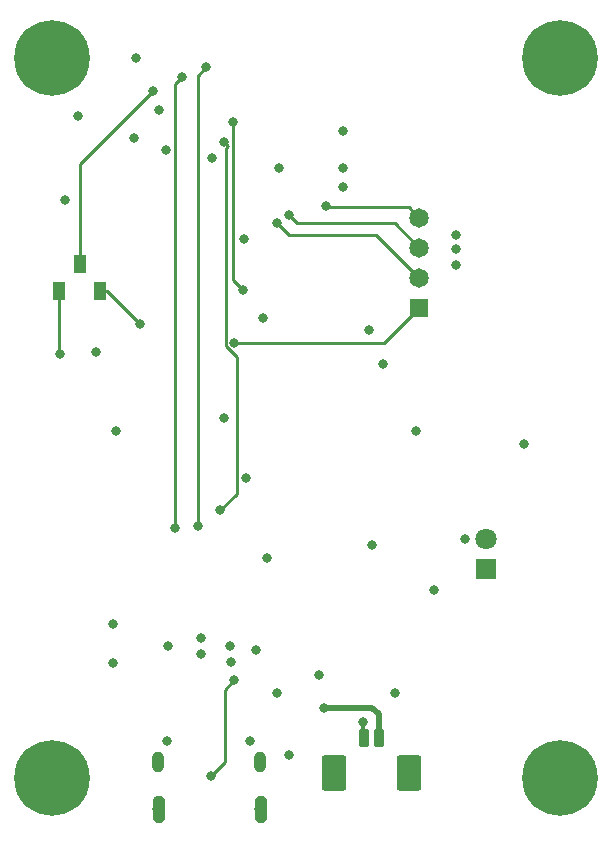
<source format=gbr>
%TF.GenerationSoftware,KiCad,Pcbnew,7.0.1*%
%TF.CreationDate,2023-06-17T09:34:49+02:00*%
%TF.ProjectId,Had_Konzole,4861645f-4b6f-46e7-9a6f-6c652e6b6963,rev?*%
%TF.SameCoordinates,Original*%
%TF.FileFunction,Copper,L4,Bot*%
%TF.FilePolarity,Positive*%
%FSLAX46Y46*%
G04 Gerber Fmt 4.6, Leading zero omitted, Abs format (unit mm)*
G04 Created by KiCad (PCBNEW 7.0.1) date 2023-06-17 09:34:49*
%MOMM*%
%LPD*%
G01*
G04 APERTURE LIST*
G04 Aperture macros list*
%AMRoundRect*
0 Rectangle with rounded corners*
0 $1 Rounding radius*
0 $2 $3 $4 $5 $6 $7 $8 $9 X,Y pos of 4 corners*
0 Add a 4 corners polygon primitive as box body*
4,1,4,$2,$3,$4,$5,$6,$7,$8,$9,$2,$3,0*
0 Add four circle primitives for the rounded corners*
1,1,$1+$1,$2,$3*
1,1,$1+$1,$4,$5*
1,1,$1+$1,$6,$7*
1,1,$1+$1,$8,$9*
0 Add four rect primitives between the rounded corners*
20,1,$1+$1,$2,$3,$4,$5,0*
20,1,$1+$1,$4,$5,$6,$7,0*
20,1,$1+$1,$6,$7,$8,$9,0*
20,1,$1+$1,$8,$9,$2,$3,0*%
G04 Aperture macros list end*
%TA.AperFunction,EtchedComponent*%
%ADD10C,0.010000*%
%TD*%
%TA.AperFunction,SMDPad,CuDef*%
%ADD11R,1.000000X1.600000*%
%TD*%
%TA.AperFunction,ComponentPad*%
%ADD12C,6.400000*%
%TD*%
%TA.AperFunction,ComponentPad*%
%ADD13R,1.800000X1.800000*%
%TD*%
%TA.AperFunction,ComponentPad*%
%ADD14C,1.800000*%
%TD*%
%TA.AperFunction,ComponentPad*%
%ADD15C,1.000000*%
%TD*%
%TA.AperFunction,ComponentPad*%
%ADD16O,1.000000X1.800000*%
%TD*%
%TA.AperFunction,ComponentPad*%
%ADD17R,1.650000X1.650000*%
%TD*%
%TA.AperFunction,ComponentPad*%
%ADD18C,1.650000*%
%TD*%
%TA.AperFunction,SMDPad,CuDef*%
%ADD19RoundRect,0.200000X0.200000X0.600000X-0.200000X0.600000X-0.200000X-0.600000X0.200000X-0.600000X0*%
%TD*%
%TA.AperFunction,SMDPad,CuDef*%
%ADD20RoundRect,0.250001X0.799999X1.249999X-0.799999X1.249999X-0.799999X-1.249999X0.799999X-1.249999X0*%
%TD*%
%TA.AperFunction,ViaPad*%
%ADD21C,0.800000*%
%TD*%
%TA.AperFunction,Conductor*%
%ADD22C,0.250000*%
%TD*%
%TA.AperFunction,Conductor*%
%ADD23C,0.300000*%
%TD*%
%TA.AperFunction,Conductor*%
%ADD24C,0.500000*%
%TD*%
G04 APERTURE END LIST*
%TO.C,J4*%
D10*
X154006000Y-103476000D02*
X154032000Y-103478000D01*
X154058000Y-103481000D01*
X154084000Y-103486000D01*
X154109000Y-103492000D01*
X154135000Y-103499000D01*
X154159000Y-103508000D01*
X154183000Y-103518000D01*
X154207000Y-103529000D01*
X154230000Y-103542000D01*
X154252000Y-103556000D01*
X154274000Y-103570000D01*
X154295000Y-103586000D01*
X154315000Y-103603000D01*
X154334000Y-103621000D01*
X154352000Y-103640000D01*
X154369000Y-103660000D01*
X154385000Y-103681000D01*
X154399000Y-103703000D01*
X154413000Y-103725000D01*
X154426000Y-103748000D01*
X154437000Y-103772000D01*
X154447000Y-103796000D01*
X154456000Y-103820000D01*
X154463000Y-103846000D01*
X154469000Y-103871000D01*
X154474000Y-103897000D01*
X154477000Y-103923000D01*
X154479000Y-103949000D01*
X154480000Y-103975000D01*
X154480000Y-105175000D01*
X154479000Y-105201000D01*
X154477000Y-105227000D01*
X154474000Y-105253000D01*
X154469000Y-105279000D01*
X154463000Y-105304000D01*
X154456000Y-105330000D01*
X154447000Y-105354000D01*
X154437000Y-105378000D01*
X154426000Y-105402000D01*
X154413000Y-105425000D01*
X154399000Y-105447000D01*
X154385000Y-105469000D01*
X154369000Y-105490000D01*
X154352000Y-105510000D01*
X154334000Y-105529000D01*
X154315000Y-105547000D01*
X154295000Y-105564000D01*
X154274000Y-105580000D01*
X154252000Y-105594000D01*
X154230000Y-105608000D01*
X154207000Y-105621000D01*
X154183000Y-105632000D01*
X154159000Y-105642000D01*
X154135000Y-105651000D01*
X154109000Y-105658000D01*
X154084000Y-105664000D01*
X154058000Y-105669000D01*
X154032000Y-105672000D01*
X154006000Y-105674000D01*
X153980000Y-105675000D01*
X153954000Y-105674000D01*
X153928000Y-105672000D01*
X153902000Y-105669000D01*
X153876000Y-105664000D01*
X153851000Y-105658000D01*
X153825000Y-105651000D01*
X153801000Y-105642000D01*
X153777000Y-105632000D01*
X153753000Y-105621000D01*
X153730000Y-105608000D01*
X153708000Y-105594000D01*
X153686000Y-105580000D01*
X153665000Y-105564000D01*
X153645000Y-105547000D01*
X153626000Y-105529000D01*
X153608000Y-105510000D01*
X153591000Y-105490000D01*
X153575000Y-105469000D01*
X153561000Y-105447000D01*
X153547000Y-105425000D01*
X153534000Y-105402000D01*
X153523000Y-105378000D01*
X153513000Y-105354000D01*
X153504000Y-105330000D01*
X153497000Y-105304000D01*
X153491000Y-105279000D01*
X153486000Y-105253000D01*
X153483000Y-105227000D01*
X153481000Y-105201000D01*
X153480000Y-105175000D01*
X153480000Y-103975000D01*
X153481000Y-103949000D01*
X153483000Y-103923000D01*
X153486000Y-103897000D01*
X153491000Y-103871000D01*
X153497000Y-103846000D01*
X153504000Y-103820000D01*
X153513000Y-103796000D01*
X153523000Y-103772000D01*
X153534000Y-103748000D01*
X153547000Y-103725000D01*
X153561000Y-103703000D01*
X153575000Y-103681000D01*
X153591000Y-103660000D01*
X153608000Y-103640000D01*
X153626000Y-103621000D01*
X153645000Y-103603000D01*
X153665000Y-103586000D01*
X153686000Y-103570000D01*
X153708000Y-103556000D01*
X153730000Y-103542000D01*
X153753000Y-103529000D01*
X153777000Y-103518000D01*
X153801000Y-103508000D01*
X153825000Y-103499000D01*
X153851000Y-103492000D01*
X153876000Y-103486000D01*
X153902000Y-103481000D01*
X153928000Y-103478000D01*
X153954000Y-103476000D01*
X153980000Y-103475000D01*
X154006000Y-103476000D01*
%TA.AperFunction,EtchedComponent*%
G36*
X154006000Y-103476000D02*
G01*
X154032000Y-103478000D01*
X154058000Y-103481000D01*
X154084000Y-103486000D01*
X154109000Y-103492000D01*
X154135000Y-103499000D01*
X154159000Y-103508000D01*
X154183000Y-103518000D01*
X154207000Y-103529000D01*
X154230000Y-103542000D01*
X154252000Y-103556000D01*
X154274000Y-103570000D01*
X154295000Y-103586000D01*
X154315000Y-103603000D01*
X154334000Y-103621000D01*
X154352000Y-103640000D01*
X154369000Y-103660000D01*
X154385000Y-103681000D01*
X154399000Y-103703000D01*
X154413000Y-103725000D01*
X154426000Y-103748000D01*
X154437000Y-103772000D01*
X154447000Y-103796000D01*
X154456000Y-103820000D01*
X154463000Y-103846000D01*
X154469000Y-103871000D01*
X154474000Y-103897000D01*
X154477000Y-103923000D01*
X154479000Y-103949000D01*
X154480000Y-103975000D01*
X154480000Y-105175000D01*
X154479000Y-105201000D01*
X154477000Y-105227000D01*
X154474000Y-105253000D01*
X154469000Y-105279000D01*
X154463000Y-105304000D01*
X154456000Y-105330000D01*
X154447000Y-105354000D01*
X154437000Y-105378000D01*
X154426000Y-105402000D01*
X154413000Y-105425000D01*
X154399000Y-105447000D01*
X154385000Y-105469000D01*
X154369000Y-105490000D01*
X154352000Y-105510000D01*
X154334000Y-105529000D01*
X154315000Y-105547000D01*
X154295000Y-105564000D01*
X154274000Y-105580000D01*
X154252000Y-105594000D01*
X154230000Y-105608000D01*
X154207000Y-105621000D01*
X154183000Y-105632000D01*
X154159000Y-105642000D01*
X154135000Y-105651000D01*
X154109000Y-105658000D01*
X154084000Y-105664000D01*
X154058000Y-105669000D01*
X154032000Y-105672000D01*
X154006000Y-105674000D01*
X153980000Y-105675000D01*
X153954000Y-105674000D01*
X153928000Y-105672000D01*
X153902000Y-105669000D01*
X153876000Y-105664000D01*
X153851000Y-105658000D01*
X153825000Y-105651000D01*
X153801000Y-105642000D01*
X153777000Y-105632000D01*
X153753000Y-105621000D01*
X153730000Y-105608000D01*
X153708000Y-105594000D01*
X153686000Y-105580000D01*
X153665000Y-105564000D01*
X153645000Y-105547000D01*
X153626000Y-105529000D01*
X153608000Y-105510000D01*
X153591000Y-105490000D01*
X153575000Y-105469000D01*
X153561000Y-105447000D01*
X153547000Y-105425000D01*
X153534000Y-105402000D01*
X153523000Y-105378000D01*
X153513000Y-105354000D01*
X153504000Y-105330000D01*
X153497000Y-105304000D01*
X153491000Y-105279000D01*
X153486000Y-105253000D01*
X153483000Y-105227000D01*
X153481000Y-105201000D01*
X153480000Y-105175000D01*
X153480000Y-103975000D01*
X153481000Y-103949000D01*
X153483000Y-103923000D01*
X153486000Y-103897000D01*
X153491000Y-103871000D01*
X153497000Y-103846000D01*
X153504000Y-103820000D01*
X153513000Y-103796000D01*
X153523000Y-103772000D01*
X153534000Y-103748000D01*
X153547000Y-103725000D01*
X153561000Y-103703000D01*
X153575000Y-103681000D01*
X153591000Y-103660000D01*
X153608000Y-103640000D01*
X153626000Y-103621000D01*
X153645000Y-103603000D01*
X153665000Y-103586000D01*
X153686000Y-103570000D01*
X153708000Y-103556000D01*
X153730000Y-103542000D01*
X153753000Y-103529000D01*
X153777000Y-103518000D01*
X153801000Y-103508000D01*
X153825000Y-103499000D01*
X153851000Y-103492000D01*
X153876000Y-103486000D01*
X153902000Y-103481000D01*
X153928000Y-103478000D01*
X153954000Y-103476000D01*
X153980000Y-103475000D01*
X154006000Y-103476000D01*
G37*
%TD.AperFunction*%
X162646000Y-103476000D02*
X162672000Y-103478000D01*
X162698000Y-103481000D01*
X162724000Y-103486000D01*
X162749000Y-103492000D01*
X162775000Y-103499000D01*
X162799000Y-103508000D01*
X162823000Y-103518000D01*
X162847000Y-103529000D01*
X162870000Y-103542000D01*
X162892000Y-103556000D01*
X162914000Y-103570000D01*
X162935000Y-103586000D01*
X162955000Y-103603000D01*
X162974000Y-103621000D01*
X162992000Y-103640000D01*
X163009000Y-103660000D01*
X163025000Y-103681000D01*
X163039000Y-103703000D01*
X163053000Y-103725000D01*
X163066000Y-103748000D01*
X163077000Y-103772000D01*
X163087000Y-103796000D01*
X163096000Y-103820000D01*
X163103000Y-103846000D01*
X163109000Y-103871000D01*
X163114000Y-103897000D01*
X163117000Y-103923000D01*
X163119000Y-103949000D01*
X163120000Y-103975000D01*
X163120000Y-105175000D01*
X163119000Y-105201000D01*
X163117000Y-105227000D01*
X163114000Y-105253000D01*
X163109000Y-105279000D01*
X163103000Y-105304000D01*
X163096000Y-105330000D01*
X163087000Y-105354000D01*
X163077000Y-105378000D01*
X163066000Y-105402000D01*
X163053000Y-105425000D01*
X163039000Y-105447000D01*
X163025000Y-105469000D01*
X163009000Y-105490000D01*
X162992000Y-105510000D01*
X162974000Y-105529000D01*
X162955000Y-105547000D01*
X162935000Y-105564000D01*
X162914000Y-105580000D01*
X162892000Y-105594000D01*
X162870000Y-105608000D01*
X162847000Y-105621000D01*
X162823000Y-105632000D01*
X162799000Y-105642000D01*
X162775000Y-105651000D01*
X162749000Y-105658000D01*
X162724000Y-105664000D01*
X162698000Y-105669000D01*
X162672000Y-105672000D01*
X162646000Y-105674000D01*
X162620000Y-105675000D01*
X162594000Y-105674000D01*
X162568000Y-105672000D01*
X162542000Y-105669000D01*
X162516000Y-105664000D01*
X162491000Y-105658000D01*
X162465000Y-105651000D01*
X162441000Y-105642000D01*
X162417000Y-105632000D01*
X162393000Y-105621000D01*
X162370000Y-105608000D01*
X162348000Y-105594000D01*
X162326000Y-105580000D01*
X162305000Y-105564000D01*
X162285000Y-105547000D01*
X162266000Y-105529000D01*
X162248000Y-105510000D01*
X162231000Y-105490000D01*
X162215000Y-105469000D01*
X162201000Y-105447000D01*
X162187000Y-105425000D01*
X162174000Y-105402000D01*
X162163000Y-105378000D01*
X162153000Y-105354000D01*
X162144000Y-105330000D01*
X162137000Y-105304000D01*
X162131000Y-105279000D01*
X162126000Y-105253000D01*
X162123000Y-105227000D01*
X162121000Y-105201000D01*
X162120000Y-105175000D01*
X162120000Y-103975000D01*
X162121000Y-103949000D01*
X162123000Y-103923000D01*
X162126000Y-103897000D01*
X162131000Y-103871000D01*
X162137000Y-103846000D01*
X162144000Y-103820000D01*
X162153000Y-103796000D01*
X162163000Y-103772000D01*
X162174000Y-103748000D01*
X162187000Y-103725000D01*
X162201000Y-103703000D01*
X162215000Y-103681000D01*
X162231000Y-103660000D01*
X162248000Y-103640000D01*
X162266000Y-103621000D01*
X162285000Y-103603000D01*
X162305000Y-103586000D01*
X162326000Y-103570000D01*
X162348000Y-103556000D01*
X162370000Y-103542000D01*
X162393000Y-103529000D01*
X162417000Y-103518000D01*
X162441000Y-103508000D01*
X162465000Y-103499000D01*
X162491000Y-103492000D01*
X162516000Y-103486000D01*
X162542000Y-103481000D01*
X162568000Y-103478000D01*
X162594000Y-103476000D01*
X162620000Y-103475000D01*
X162646000Y-103476000D01*
%TA.AperFunction,EtchedComponent*%
G36*
X162646000Y-103476000D02*
G01*
X162672000Y-103478000D01*
X162698000Y-103481000D01*
X162724000Y-103486000D01*
X162749000Y-103492000D01*
X162775000Y-103499000D01*
X162799000Y-103508000D01*
X162823000Y-103518000D01*
X162847000Y-103529000D01*
X162870000Y-103542000D01*
X162892000Y-103556000D01*
X162914000Y-103570000D01*
X162935000Y-103586000D01*
X162955000Y-103603000D01*
X162974000Y-103621000D01*
X162992000Y-103640000D01*
X163009000Y-103660000D01*
X163025000Y-103681000D01*
X163039000Y-103703000D01*
X163053000Y-103725000D01*
X163066000Y-103748000D01*
X163077000Y-103772000D01*
X163087000Y-103796000D01*
X163096000Y-103820000D01*
X163103000Y-103846000D01*
X163109000Y-103871000D01*
X163114000Y-103897000D01*
X163117000Y-103923000D01*
X163119000Y-103949000D01*
X163120000Y-103975000D01*
X163120000Y-105175000D01*
X163119000Y-105201000D01*
X163117000Y-105227000D01*
X163114000Y-105253000D01*
X163109000Y-105279000D01*
X163103000Y-105304000D01*
X163096000Y-105330000D01*
X163087000Y-105354000D01*
X163077000Y-105378000D01*
X163066000Y-105402000D01*
X163053000Y-105425000D01*
X163039000Y-105447000D01*
X163025000Y-105469000D01*
X163009000Y-105490000D01*
X162992000Y-105510000D01*
X162974000Y-105529000D01*
X162955000Y-105547000D01*
X162935000Y-105564000D01*
X162914000Y-105580000D01*
X162892000Y-105594000D01*
X162870000Y-105608000D01*
X162847000Y-105621000D01*
X162823000Y-105632000D01*
X162799000Y-105642000D01*
X162775000Y-105651000D01*
X162749000Y-105658000D01*
X162724000Y-105664000D01*
X162698000Y-105669000D01*
X162672000Y-105672000D01*
X162646000Y-105674000D01*
X162620000Y-105675000D01*
X162594000Y-105674000D01*
X162568000Y-105672000D01*
X162542000Y-105669000D01*
X162516000Y-105664000D01*
X162491000Y-105658000D01*
X162465000Y-105651000D01*
X162441000Y-105642000D01*
X162417000Y-105632000D01*
X162393000Y-105621000D01*
X162370000Y-105608000D01*
X162348000Y-105594000D01*
X162326000Y-105580000D01*
X162305000Y-105564000D01*
X162285000Y-105547000D01*
X162266000Y-105529000D01*
X162248000Y-105510000D01*
X162231000Y-105490000D01*
X162215000Y-105469000D01*
X162201000Y-105447000D01*
X162187000Y-105425000D01*
X162174000Y-105402000D01*
X162163000Y-105378000D01*
X162153000Y-105354000D01*
X162144000Y-105330000D01*
X162137000Y-105304000D01*
X162131000Y-105279000D01*
X162126000Y-105253000D01*
X162123000Y-105227000D01*
X162121000Y-105201000D01*
X162120000Y-105175000D01*
X162120000Y-103975000D01*
X162121000Y-103949000D01*
X162123000Y-103923000D01*
X162126000Y-103897000D01*
X162131000Y-103871000D01*
X162137000Y-103846000D01*
X162144000Y-103820000D01*
X162153000Y-103796000D01*
X162163000Y-103772000D01*
X162174000Y-103748000D01*
X162187000Y-103725000D01*
X162201000Y-103703000D01*
X162215000Y-103681000D01*
X162231000Y-103660000D01*
X162248000Y-103640000D01*
X162266000Y-103621000D01*
X162285000Y-103603000D01*
X162305000Y-103586000D01*
X162326000Y-103570000D01*
X162348000Y-103556000D01*
X162370000Y-103542000D01*
X162393000Y-103529000D01*
X162417000Y-103518000D01*
X162441000Y-103508000D01*
X162465000Y-103499000D01*
X162491000Y-103492000D01*
X162516000Y-103486000D01*
X162542000Y-103481000D01*
X162568000Y-103478000D01*
X162594000Y-103476000D01*
X162620000Y-103475000D01*
X162646000Y-103476000D01*
G37*
%TD.AperFunction*%
%TD*%
D11*
%TO.P,SW6,1,A*%
%TO.N,Reset*%
X149070000Y-60720000D03*
%TO.P,SW6,2,B*%
%TO.N,RST_PROG*%
X147320000Y-58420000D03*
%TO.P,SW6,3,C*%
%TO.N,DTR*%
X145570000Y-60720000D03*
%TD*%
D12*
%TO.P,H1,1,1*%
%TO.N,GND*%
X145000000Y-41000000D03*
%TD*%
%TO.P,H3,1,1*%
%TO.N,GND*%
X145000000Y-102000000D03*
%TD*%
D13*
%TO.P,D1,1,K*%
%TO.N,Net-(D1-K)*%
X181725000Y-84275000D03*
D14*
%TO.P,D1,2,A*%
%TO.N,+3V3*%
X181725000Y-81735000D03*
%TD*%
D12*
%TO.P,H2,1,1*%
%TO.N,GND*%
X188000000Y-41000000D03*
%TD*%
%TO.P,H4,1,1*%
%TO.N,GND*%
X188000000Y-102000000D03*
%TD*%
D15*
%TO.P,J4,S1,SHIELD*%
%TO.N,unconnected-(J4-SHIELD-PadS1)*%
X153980000Y-104575000D03*
%TO.P,J4,S2,SHIELD*%
X162620000Y-104575000D03*
D16*
%TO.P,J4,S3,SHIELD*%
X153980000Y-100575000D03*
%TO.P,J4,S4,SHIELD*%
X162620000Y-100575000D03*
%TD*%
D17*
%TO.P,J2,1,Pin_1*%
%TO.N,Reset*%
X176037500Y-62140000D03*
D18*
%TO.P,J2,2,Pin_2*%
%TO.N,MOSI*%
X176037500Y-59600000D03*
%TO.P,J2,3,Pin_3*%
%TO.N,MISO*%
X176037500Y-57060000D03*
%TO.P,J2,4,Pin_4*%
%TO.N,SCK*%
X176037500Y-54520000D03*
%TD*%
D19*
%TO.P,J1,1,1*%
%TO.N,+5V*%
X172625000Y-98600000D03*
%TO.P,J1,2,2*%
%TO.N,GND*%
X171375000Y-98600000D03*
D20*
%TO.P,J1,MP*%
%TO.N,N/C*%
X175175000Y-101500000D03*
X168825000Y-101500000D03*
%TD*%
D21*
%TO.N,USB_Conn_D-*%
X160400000Y-93700000D03*
X158400000Y-101800000D03*
%TO.N,GND*%
X146100000Y-53000000D03*
X147200000Y-45900000D03*
X154000000Y-45400000D03*
X161200000Y-56300000D03*
X148700000Y-65900000D03*
X161400000Y-76600000D03*
X173000000Y-66900000D03*
X177300000Y-86000000D03*
X154700000Y-98800000D03*
X161700000Y-98800000D03*
X171300000Y-97200000D03*
X174000000Y-94800000D03*
X167600000Y-93200000D03*
X164000000Y-94800000D03*
X162200000Y-91100000D03*
X157600000Y-90100000D03*
X150100000Y-92200000D03*
X154800000Y-90800000D03*
%TO.N,+3V3*%
X150100000Y-88900000D03*
X164200000Y-50300000D03*
X158500000Y-49500000D03*
X154600000Y-48800000D03*
X151900000Y-47800000D03*
X152100000Y-41000000D03*
%TO.N,RST_PROG*%
X153481207Y-43799521D03*
%TO.N,DTR*%
X145634952Y-66056808D03*
%TO.N,Reset*%
X152400000Y-63500000D03*
X160409444Y-65112559D03*
%TO.N,GND*%
X169600000Y-51900000D03*
X179200000Y-57200000D03*
X169600000Y-47200000D03*
X179200000Y-58500000D03*
%TO.N,+3V3*%
X163200000Y-83300000D03*
X172100000Y-82200000D03*
X171800000Y-64000000D03*
X175800000Y-72600000D03*
X169600000Y-50300000D03*
X179200000Y-56000000D03*
X160000000Y-90800000D03*
X184900000Y-73700000D03*
X179900000Y-81700000D03*
X159494500Y-71500000D03*
X160100000Y-92100000D03*
X150400000Y-72600000D03*
X157600000Y-91500000D03*
X162800000Y-63000000D03*
X165000000Y-100000000D03*
%TO.N,+5V*%
X168000000Y-96000000D03*
%TO.N,SCK*%
X168200000Y-53526000D03*
%TO.N,MISO*%
X165000000Y-54275500D03*
%TO.N,MOSI*%
X164000000Y-55000000D03*
%TO.N,Button_Up*%
X160300000Y-46420000D03*
X161100000Y-60600000D03*
%TO.N,Button_Down*%
X159500000Y-48100000D03*
X159230000Y-79290000D03*
%TO.N,TX*%
X157300000Y-80600000D03*
X158000000Y-41800000D03*
%TO.N,RX*%
X156000000Y-42600000D03*
X155400000Y-80800000D03*
%TD*%
D22*
%TO.N,Reset*%
X173064941Y-65112559D02*
X160409444Y-65112559D01*
X176037500Y-62140000D02*
X173064941Y-65112559D01*
%TO.N,MOSI*%
X165000000Y-56000000D02*
X164000000Y-55000000D01*
X176037500Y-59600000D02*
X172437500Y-56000000D01*
X172437500Y-56000000D02*
X165000000Y-56000000D01*
%TO.N,MISO*%
X165724500Y-55000000D02*
X165000000Y-54275500D01*
X173977500Y-55000000D02*
X165724500Y-55000000D01*
X176037500Y-57060000D02*
X173977500Y-55000000D01*
%TO.N,SCK*%
X168314785Y-53640785D02*
X168200000Y-53526000D01*
X175158285Y-53640785D02*
X168314785Y-53640785D01*
X176037500Y-54520000D02*
X175158285Y-53640785D01*
%TO.N,USB_Conn_D-*%
X159600000Y-94500000D02*
X160400000Y-93700000D01*
X159600000Y-94510000D02*
X159600000Y-94500000D01*
X159600000Y-100600000D02*
X159600000Y-94510000D01*
X158400000Y-101800000D02*
X159600000Y-100600000D01*
D23*
%TO.N,GND*%
X171300000Y-98525000D02*
X171375000Y-98600000D01*
X171300000Y-97200000D02*
X171300000Y-98525000D01*
D24*
%TO.N,+5V*%
X172100000Y-96000000D02*
X168000000Y-96000000D01*
X172625000Y-98600000D02*
X172625000Y-96525000D01*
X172625000Y-96525000D02*
X172100000Y-96000000D01*
D22*
%TO.N,Button_Down*%
X160600000Y-77920000D02*
X159230000Y-79290000D01*
X159684444Y-65412864D02*
X160600000Y-66328420D01*
X159684444Y-48615556D02*
X159684444Y-65412864D01*
X160600000Y-66328420D02*
X160600000Y-77920000D01*
X159500000Y-48100000D02*
X159850000Y-48450000D01*
X159850000Y-48450000D02*
X159684444Y-48615556D01*
%TO.N,Button_Up*%
X161100000Y-60600000D02*
X160300000Y-59800000D01*
X160300000Y-59800000D02*
X160300000Y-46420000D01*
%TO.N,RST_PROG*%
X147320000Y-49960728D02*
X153481207Y-43799521D01*
X147320000Y-58420000D02*
X147320000Y-49960728D01*
%TO.N,DTR*%
X145570000Y-65991856D02*
X145570000Y-60720000D01*
X145634952Y-66056808D02*
X145570000Y-65991856D01*
%TO.N,Reset*%
X152400000Y-63500000D02*
X149620000Y-60720000D01*
X149620000Y-60720000D02*
X149070000Y-60720000D01*
D23*
%TO.N,SCK*%
X168200000Y-53526000D02*
X168274000Y-53600000D01*
D22*
%TO.N,TX*%
X157300000Y-42500000D02*
X158000000Y-41800000D01*
X157300000Y-80600000D02*
X157300000Y-42500000D01*
%TO.N,RX*%
X156000000Y-42600000D02*
X155400000Y-43200000D01*
X155400000Y-43200000D02*
X155400000Y-80800000D01*
%TD*%
M02*

</source>
